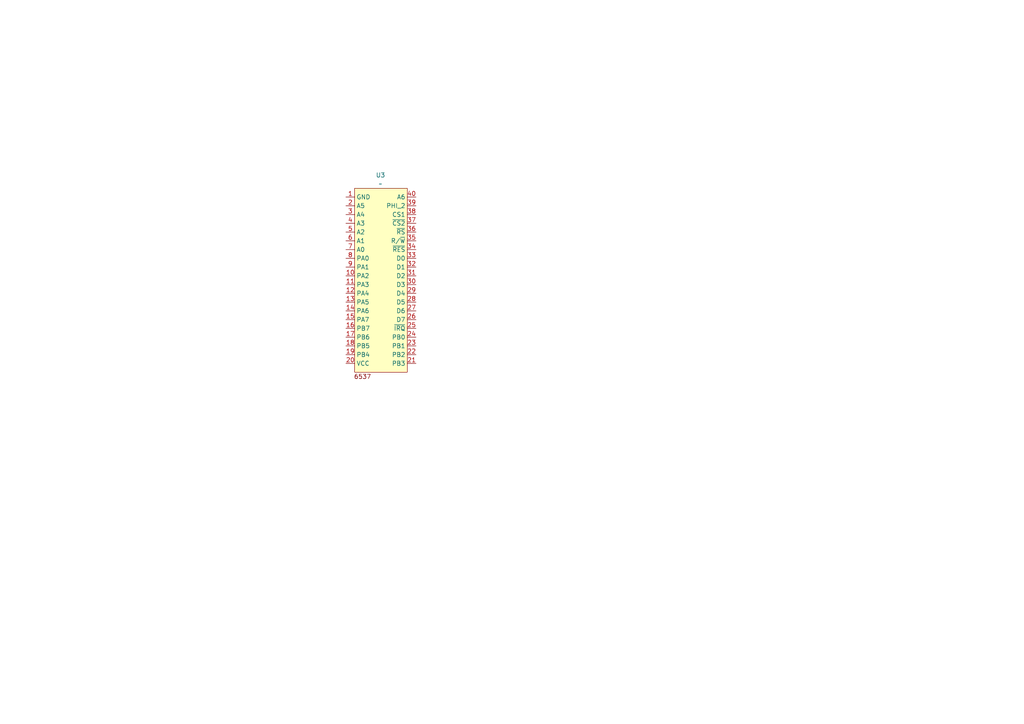
<source format=kicad_sch>
(kicad_sch (version 20231120) (generator "eeschema") (generator_version "8.0")
  (paper "A4")
  (lib_symbols
    (symbol "Atari2600_Library:6532"
      (property "Reference" "U" (at 0.508 1.27 0))
      (symbol "6532_1_1"
        (rectangle (start 0 0) (end 15.24 -53.34) (fill (type background)))
        (text "6537" (at 2.286 -54.61 0) (effects (font (size 1.27 1.27))))
        (pin power_in line (at -2.54 -2.54 0) (length 2.54) (name "GND") (number "1"))
        (pin bidirectional line (at -2.54 -25.4 0) (length 2.54) (name "PA2") (number "10"))
        (pin bidirectional line (at -2.54 -27.94 0) (length 2.54) (name "PA3") (number "11"))
        (pin bidirectional line (at -2.54 -30.48 0) (length 2.54) (name "PA4") (number "12"))
        (pin bidirectional line (at -2.54 -33.02 0) (length 2.54) (name "PA5") (number "13"))
        (pin bidirectional line (at -2.54 -35.56 0) (length 2.54) (name "PA6") (number "14"))
        (pin bidirectional line (at -2.54 -38.1 0) (length 2.54) (name "PA7") (number "15"))
        (pin bidirectional line (at -2.54 -40.64 0) (length 2.54) (name "PB7") (number "16"))
        (pin bidirectional line (at -2.54 -43.18 0) (length 2.54) (name "PB6") (number "17"))
        (pin bidirectional line (at -2.54 -45.72 0) (length 2.54) (name "PB5") (number "18"))
        (pin bidirectional line (at -2.54 -48.26 0) (length 2.54) (name "PB4") (number "19"))
        (pin input line (at -2.54 -5.08 0) (length 2.54) (name "A5") (number "2"))
        (pin power_in line (at -2.54 -50.8 0) (length 2.54) (name "VCC") (number "20"))
        (pin bidirectional line (at 17.78 -50.8 180) (length 2.54) (name "PB3") (number "21"))
        (pin bidirectional line (at 17.78 -48.26 180) (length 2.54) (name "PB2") (number "22"))
        (pin bidirectional line (at 17.78 -45.72 180) (length 2.54) (name "PB1") (number "23"))
        (pin bidirectional line (at 17.78 -43.18 180) (length 2.54) (name "PB0") (number "24"))
        (pin open_collector line (at 17.78 -40.64 180) (length 2.54) (name "~{IRQ}") (number "25"))
        (pin bidirectional line (at 17.78 -38.1 180) (length 2.54) (name "D7") (number "26"))
        (pin bidirectional line (at 17.78 -35.56 180) (length 2.54) (name "D6") (number "27"))
        (pin bidirectional line (at 17.78 -33.02 180) (length 2.54) (name "D5") (number "28"))
        (pin bidirectional line (at 17.78 -30.48 180) (length 2.54) (name "D4") (number "29"))
        (pin input line (at -2.54 -7.62 0) (length 2.54) (name "A4") (number "3"))
        (pin bidirectional line (at 17.78 -27.94 180) (length 2.54) (name "D3") (number "30"))
        (pin bidirectional line (at 17.78 -25.4 180) (length 2.54) (name "D2") (number "31"))
        (pin bidirectional line (at 17.78 -22.86 180) (length 2.54) (name "D1") (number "32"))
        (pin bidirectional line (at 17.78 -20.32 180) (length 2.54) (name "D0") (number "33"))
        (pin input line (at 17.78 -17.78 180) (length 2.54) (name "~{RES}") (number "34"))
        (pin input line (at 17.78 -15.24 180) (length 2.54) (name "R/~{W}") (number "35"))
        (pin input line (at 17.78 -12.7 180) (length 2.54) (name "~{RS}") (number "36"))
        (pin input line (at 17.78 -10.16 180) (length 2.54) (name "~{CS2}") (number "37"))
        (pin input line (at 17.78 -7.62 180) (length 2.54) (name "CS1") (number "38"))
        (pin input line (at 17.78 -5.08 180) (length 2.54) (name "PHI_2") (number "39"))
        (pin input line (at -2.54 -10.16 0) (length 2.54) (name "A3") (number "4"))
        (pin input line (at 17.78 -2.54 180) (length 2.54) (name "A6") (number "40"))
        (pin input line (at -2.54 -12.7 0) (length 2.54) (name "A2") (number "5"))
        (pin input line (at -2.54 -15.24 0) (length 2.54) (name "A1") (number "6"))
        (pin input line (at -2.54 -17.78 0) (length 2.54) (name "A0") (number "7"))
        (pin bidirectional line (at -2.54 -20.32 0) (length 2.54) (name "PA0") (number "8"))
        (pin bidirectional line (at -2.54 -22.86 0) (length 2.54) (name "PA1") (number "9"))
      )
    )
  )
  (symbol (lib_id "Atari2600_Library:6532") (at 102.87 54.61 0) (unit 1)
    (property "Reference" "U3" (at 110.3679 50.8 0))
    (property "Value" "~" (at 110.3679 53.34 0))
  )
)
</source>
